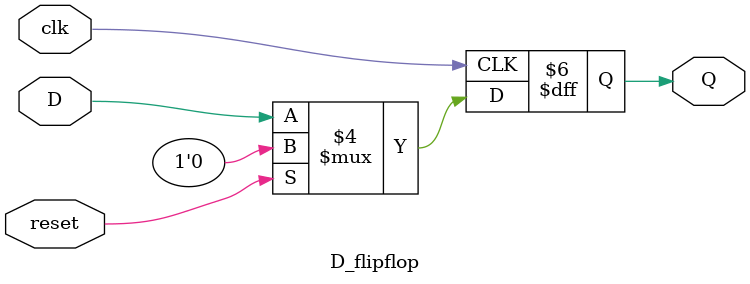
<source format=v>
module D_flipflop(D,clk,reset,Q);
input D; 
input clk; 
input reset; 
output reg Q; 
always @(posedge clk) 
begin
 if(reset==1'b1)
  Q <= 1'b0; 
 else 
  Q <= D; 
end 
endmodule
</source>
